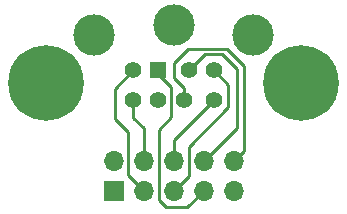
<source format=gbl>
%TF.GenerationSoftware,KiCad,Pcbnew,5.1.12-84ad8e8a86~92~ubuntu20.04.1*%
%TF.CreationDate,2021-12-07T00:08:57-06:00*%
%TF.ProjectId,portboard_ribbon,706f7274-626f-4617-9264-5f726962626f,rev?*%
%TF.SameCoordinates,Original*%
%TF.FileFunction,Copper,L2,Bot*%
%TF.FilePolarity,Positive*%
%FSLAX46Y46*%
G04 Gerber Fmt 4.6, Leading zero omitted, Abs format (unit mm)*
G04 Created by KiCad (PCBNEW 5.1.12-84ad8e8a86~92~ubuntu20.04.1) date 2021-12-07 00:08:57*
%MOMM*%
%LPD*%
G01*
G04 APERTURE LIST*
%TA.AperFunction,ComponentPad*%
%ADD10C,1.422400*%
%TD*%
%TA.AperFunction,ComponentPad*%
%ADD11R,1.422400X1.422400*%
%TD*%
%TA.AperFunction,ComponentPad*%
%ADD12C,3.500000*%
%TD*%
%TA.AperFunction,ComponentPad*%
%ADD13O,1.700000X1.700000*%
%TD*%
%TA.AperFunction,ComponentPad*%
%ADD14R,1.700000X1.700000*%
%TD*%
%TA.AperFunction,ComponentPad*%
%ADD15C,6.400000*%
%TD*%
%TA.AperFunction,Conductor*%
%ADD16C,0.250000*%
%TD*%
G04 APERTURE END LIST*
D10*
%TO.P,J2,7*%
%TO.N,/GPi*%
X67829000Y-41053000D03*
%TO.P,J2,4*%
%TO.N,GND*%
X65629000Y-41053000D03*
%TO.P,J2,6*%
%TO.N,/TXD+*%
X63529000Y-41053000D03*
%TO.P,J2,8*%
%TO.N,/RXD+*%
X70329000Y-41053000D03*
%TO.P,J2,5*%
%TO.N,/RXD-*%
X70329000Y-38553000D03*
%TO.P,J2,3*%
%TO.N,/TXD-*%
X63529000Y-38553000D03*
D11*
%TO.P,J2,1*%
%TO.N,/HSKo*%
X65629000Y-38553000D03*
D10*
%TO.P,J2,2*%
%TO.N,/HSKi*%
X68229000Y-38553000D03*
D12*
%TO.P,J2,SH2*%
%TO.N,N/C*%
X66929000Y-34753000D03*
%TO.P,J2,SH3*%
X60179000Y-35553000D03*
%TO.P,J2,SH1*%
X73679000Y-35553000D03*
%TD*%
D13*
%TO.P,J1,10*%
%TO.N,/GPi*%
X72009000Y-46228000D03*
%TO.P,J1,9*%
%TO.N,+5V*%
X72009000Y-48768000D03*
%TO.P,J1,8*%
%TO.N,/HSKi*%
X69469000Y-46228000D03*
%TO.P,J1,7*%
%TO.N,/HSKo*%
X69469000Y-48768000D03*
%TO.P,J1,6*%
%TO.N,/RXD+*%
X66929000Y-46228000D03*
%TO.P,J1,5*%
%TO.N,/RXD-*%
X66929000Y-48768000D03*
%TO.P,J1,4*%
%TO.N,/TXD+*%
X64389000Y-46228000D03*
%TO.P,J1,3*%
%TO.N,/TXD-*%
X64389000Y-48768000D03*
%TO.P,J1,2*%
%TO.N,GND*%
X61849000Y-46228000D03*
D14*
%TO.P,J1,1*%
X61849000Y-48768000D03*
%TD*%
D15*
%TO.P,H2,1*%
%TO.N,N/C*%
X77724000Y-39624000D03*
%TD*%
%TO.P,H1,1*%
%TO.N,N/C*%
X56134000Y-39624000D03*
%TD*%
D16*
%TO.N,/GPi*%
X67829000Y-40016000D02*
X66992500Y-39179500D01*
X72858999Y-38187999D02*
X72858999Y-45378001D01*
X66992500Y-37909500D02*
X68141011Y-36760989D01*
X68141011Y-36760989D02*
X71431989Y-36760989D01*
X71431989Y-36760989D02*
X72858999Y-38187999D01*
X67829000Y-41053000D02*
X67829000Y-40016000D01*
X66992500Y-39179500D02*
X66992500Y-37909500D01*
X72858999Y-45378001D02*
X72009000Y-46228000D01*
%TO.N,/HSKo*%
X65629000Y-38832000D02*
X65629000Y-38553000D01*
X66738500Y-39941500D02*
X65629000Y-38832000D01*
X66738500Y-42550789D02*
X66738500Y-39941500D01*
X66294000Y-50165000D02*
X65659000Y-49530000D01*
X65659000Y-43630289D02*
X66738500Y-42550789D01*
X68072000Y-50165000D02*
X66294000Y-50165000D01*
X65659000Y-49530000D02*
X65659000Y-43630289D01*
X69469000Y-48768000D02*
X68072000Y-50165000D01*
%TO.N,/HSKi*%
X70993000Y-37211000D02*
X69571000Y-37211000D01*
X72263000Y-43434000D02*
X72263000Y-38481000D01*
X69571000Y-37211000D02*
X68229000Y-38553000D01*
X72263000Y-38481000D02*
X70993000Y-37211000D01*
X69469000Y-46228000D02*
X72263000Y-43434000D01*
%TO.N,/RXD-*%
X68199000Y-47498000D02*
X66929000Y-48768000D01*
X68199000Y-45021500D02*
X68199000Y-47498000D01*
X71564500Y-41656000D02*
X68199000Y-45021500D01*
X71564500Y-39788500D02*
X71564500Y-41656000D01*
X70329000Y-38553000D02*
X71564500Y-39788500D01*
%TO.N,/RXD+*%
X66929000Y-44450000D02*
X66929000Y-46228000D01*
X70326000Y-41053000D02*
X66929000Y-44450000D01*
X70329000Y-41053000D02*
X70326000Y-41053000D01*
%TO.N,/TXD-*%
X61976000Y-40106000D02*
X63529000Y-38553000D01*
X61976000Y-42672000D02*
X61976000Y-40106000D01*
X63078989Y-43774989D02*
X61976000Y-42672000D01*
X63078989Y-47457989D02*
X63078989Y-43774989D01*
X64389000Y-48768000D02*
X63078989Y-47457989D01*
%TO.N,/TXD+*%
X64389000Y-43434000D02*
X64389000Y-46228000D01*
X63529000Y-42574000D02*
X64389000Y-43434000D01*
X63529000Y-41053000D02*
X63529000Y-42574000D01*
%TD*%
M02*

</source>
